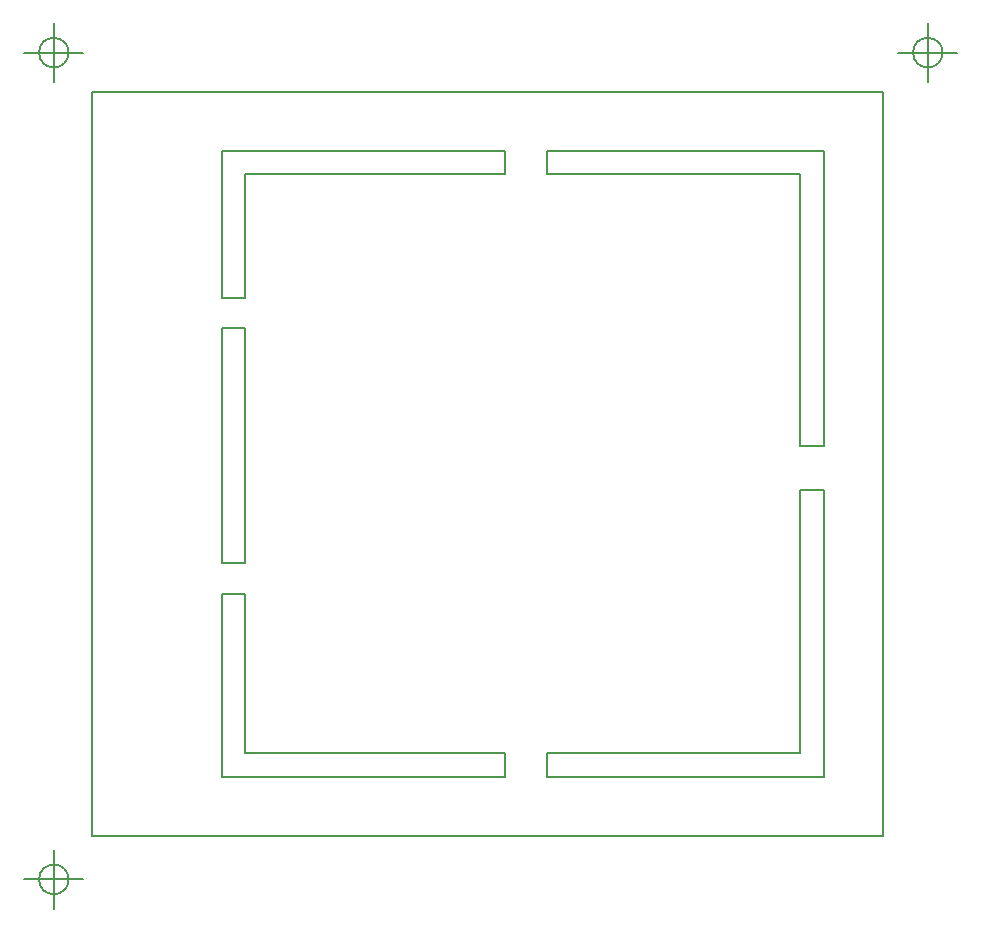
<source format=gbr>
G04 (created by PCBNEW-RS274X (2012-08-04 BZR 3667)-testing) date 10/19/2012 6:39:08 PM*
%MOIN*%
G04 Gerber Fmt 3.4, Leading zero omitted, Abs format*
%FSLAX34Y34*%
G01*
G70*
G90*
G04 APERTURE LIST*
%ADD10C,0.0017*%
%ADD11C,0.0059*%
%ADD12C,0.0077*%
G04 APERTURE END LIST*
G54D10*
G54D11*
X41831Y-53937D02*
G75*
G03X41831Y-53937I-492J0D01*
G74*
G01*
X40355Y-53937D02*
X42323Y-53937D01*
X41339Y-52953D02*
X41339Y-54921D01*
X70964Y-26378D02*
G75*
G03X70964Y-26378I-492J0D01*
G74*
G01*
X69488Y-26378D02*
X71456Y-26378D01*
X70472Y-25394D02*
X70472Y-27362D01*
X41831Y-26378D02*
G75*
G03X41831Y-26378I-492J0D01*
G74*
G01*
X40355Y-26378D02*
X42323Y-26378D01*
X41339Y-25394D02*
X41339Y-27362D01*
G54D12*
X42606Y-52483D02*
X42606Y-27680D01*
X68983Y-52483D02*
X42606Y-52483D01*
X68983Y-27680D02*
X68983Y-52483D01*
X42606Y-27680D02*
X68983Y-27680D01*
X66228Y-30437D02*
X66228Y-39492D01*
X57764Y-30437D02*
X66228Y-30437D01*
X57764Y-29650D02*
X57764Y-30437D01*
X67016Y-29650D02*
X57764Y-29650D01*
X67016Y-39492D02*
X67016Y-29650D01*
X66228Y-39492D02*
X67016Y-39492D01*
X57764Y-50515D02*
X57764Y-49728D01*
X67016Y-50515D02*
X57764Y-50515D01*
X67016Y-40948D02*
X67016Y-50515D01*
X66228Y-40948D02*
X67016Y-40948D01*
X66228Y-49728D02*
X66228Y-40948D01*
X57764Y-49728D02*
X66228Y-49728D01*
X46936Y-50515D02*
X46936Y-44413D01*
X56386Y-50515D02*
X46936Y-50515D01*
X56386Y-49728D02*
X56386Y-50515D01*
X47724Y-49728D02*
X56386Y-49728D01*
X47724Y-44413D02*
X47724Y-49728D01*
X46936Y-44413D02*
X47724Y-44413D01*
X46936Y-43390D02*
X46936Y-35555D01*
X47724Y-43390D02*
X46936Y-43390D01*
X47724Y-35555D02*
X47724Y-43390D01*
X46936Y-35555D02*
X47724Y-35555D01*
X47724Y-30437D02*
X47724Y-34570D01*
X46936Y-34570D02*
X47724Y-34570D01*
X46936Y-29648D02*
X46936Y-34570D01*
X46936Y-29648D02*
X56384Y-29648D01*
X56384Y-29648D02*
X56384Y-30437D01*
X47724Y-30437D02*
X56384Y-30437D01*
M02*

</source>
